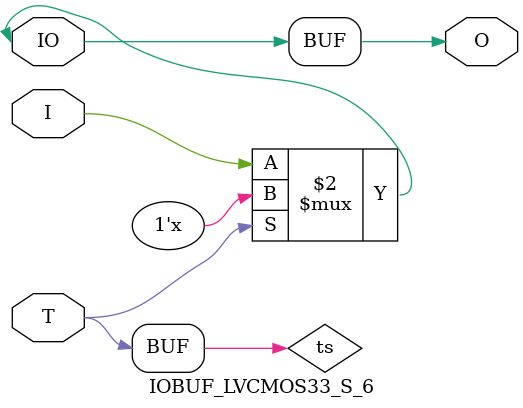
<source format=v>

/*

FUNCTION    : INPUT TRI-STATE OUTPUT BUFFER

*/

`celldefine
`timescale  100 ps / 10 ps

module IOBUF_LVCMOS33_S_6 (O, IO, I, T);

    output O;

    inout  IO;

    input  I, T;

    or O1 (ts, 1'b0, T);
    bufif0 T1 (IO, I, ts);

    buf B1 (O, IO);

endmodule

</source>
